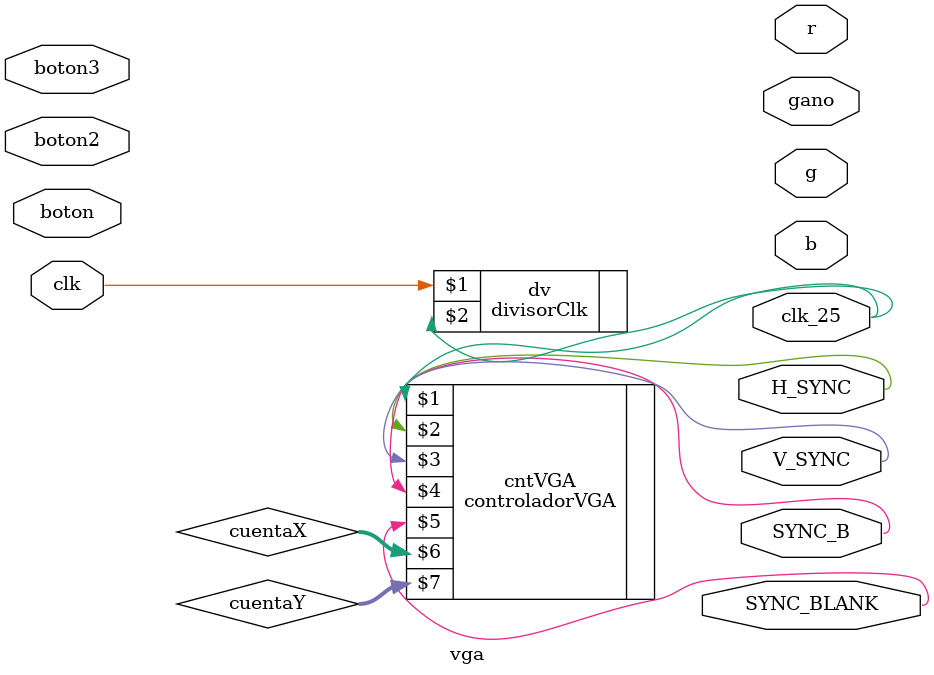
<source format=sv>
module vga (input logic clk,
			   input logic boton,boton2,boton3,
            output logic clk_25,
				output logic H_SYNC, V_SYNC,
				output logic SYNC_B, SYNC_BLANK,
				output logic [7:0]r,g,b,
				output gano);
				
				
		logic [9:0] cuentaX,cuentaY;
			
		
//--------------Instancia del divisor de clock-------------------------//
		divisorClk dv(clk,clk_25);

//--------------Instancia del controlador VGA--------------------------//		
		controladorVGA cntVGA (clk_25,H_SYNC,V_SYNC,SYNC_B,SYNC_BLANK, cuentaX,cuentaY);
		

endmodule

</source>
